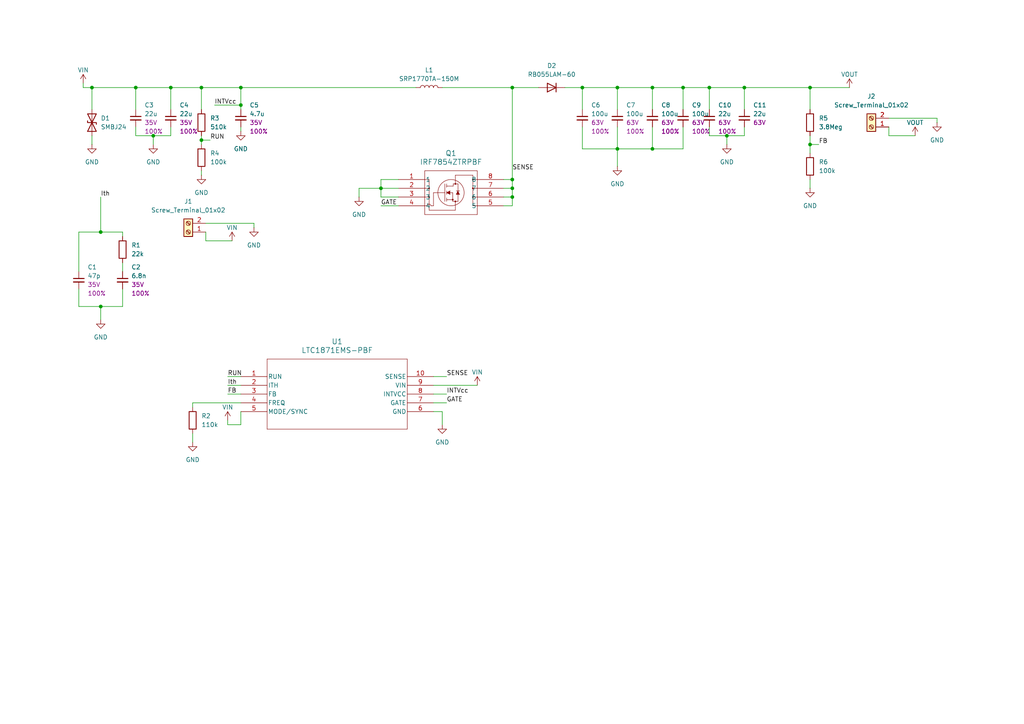
<source format=kicad_sch>
(kicad_sch (version 20250114) (generator "eeschema") (generator_version "9.0")
  (paper "A4")
  (lib_symbols
    (symbol "Connector:Screw_Terminal_01x02" (pin_names (offset 1.016) (hide yes))
      (property "Reference" "J" (at 0 2.54 0))
      (property "Value" "Screw_Terminal_01x02" (at 0 -5.08 0))
      (symbol "Screw_Terminal_01x02_1_1"
        (rectangle (start -1.27 1.27) (end 1.27 -3.81) (stroke (width 0.254)) (fill (type background)))
        (polyline (pts (xy -0.5334 0.3302) (xy 0.3302 -0.508)) (stroke (width 0.1524)))
        (polyline (pts (xy -0.5334 -2.2098) (xy 0.3302 -3.048)) (stroke (width 0.1524)))
        (polyline (pts (xy -0.3556 0.508) (xy 0.508 -0.3302)) (stroke (width 0.1524)))
        (polyline (pts (xy -0.3556 -2.032) (xy 0.508 -2.8702)) (stroke (width 0.1524)))
        (circle (center 0 0) (radius 0.635) (stroke (width 0.1524)))
        (circle (center 0 -2.54) (radius 0.635) (stroke (width 0.1524)))
        (pin passive line (at -5.08 0 0) (length 3.81) (name "Pin_1") (number "1"))
        (pin passive line (at -5.08 -2.54 0) (length 3.81) (name "Pin_2") (number "2"))
      )
    )
    (symbol "Device:D" (pin_numbers (hide yes)) (pin_names (offset 1.016) (hide yes))
      (property "Reference" "D" (at 0 2.54 0))
      (property "Value" "D" (at 0 -2.54 0))
      (symbol "D_0_1"
        (polyline (pts (xy -1.27 1.27) (xy -1.27 -1.27)) (stroke (width 0.254)))
        (polyline (pts (xy 1.27 1.27) (xy 1.27 -1.27) (xy -1.27 0) (xy 1.27 1.27)) (stroke (width 0.254)))
        (polyline (pts (xy 1.27 0) (xy -1.27 0)))
      )
      (symbol "D_1_1"
        (pin passive line (at -3.81 0 0) (length 2.54) (name "K") (number "1"))
        (pin passive line (at 3.81 0 180) (length 2.54) (name "A") (number "2"))
      )
    )
    (symbol "Device:D_TVS" (pin_numbers (hide yes)) (pin_names (offset 1.016) (hide yes))
      (property "Reference" "D" (at 0 2.54 0))
      (property "Value" "D_TVS" (at 0 -2.54 0))
      (symbol "D_TVS_0_1"
        (polyline (pts (xy -2.54 1.27) (xy -2.54 -1.27) (xy 2.54 1.27) (xy 2.54 -1.27) (xy -2.54 1.27)) (stroke (width 0.254)))
        (polyline (pts (xy 0.508 1.27) (xy 0 1.27) (xy 0 -1.27) (xy -0.508 -1.27)) (stroke (width 0.254)))
        (polyline (pts (xy 1.27 0) (xy -1.27 0)))
      )
      (symbol "D_TVS_1_1"
        (pin passive line (at -3.81 0 0) (length 2.54) (name "A1") (number "1"))
        (pin passive line (at 3.81 0 180) (length 2.54) (name "A2") (number "2"))
      )
    )
    (symbol "Device:L" (pin_numbers (hide yes)) (pin_names (offset 1.016) (hide yes))
      (property "Reference" "L" (at -1.27 0 90))
      (property "Value" "L" (at 1.905 0 90))
      (symbol "L_0_1"
        (arc (start 0 2.54) (mid 0.6323 1.905) (end 0 1.27))
        (arc (start 0 1.27) (mid 0.6323 0.635) (end 0 0))
        (arc (start 0 0) (mid 0.6323 -0.635) (end 0 -1.27))
        (arc (start 0 -1.27) (mid 0.6323 -1.905) (end 0 -2.54))
      )
      (symbol "L_1_1"
        (pin passive line (at 0 3.81 270) (length 1.27) (name "1") (number "1"))
        (pin passive line (at 0 -3.81 90) (length 1.27) (name "2") (number "2"))
      )
    )
    (symbol "Device:R" (pin_numbers (hide yes)) (pin_names (offset 0))
      (property "Reference" "R" (at 2.032 0 90))
      (property "Value" "R" (at 0 0 90))
      (symbol "R_0_1"
        (rectangle (start -1.016 -2.54) (end 1.016 2.54) (stroke (width 0.254)))
      )
      (symbol "R_1_1"
        (pin passive line (at 0 3.81 270) (length 1.27) (name "~") (number "1"))
        (pin passive line (at 0 -3.81 90) (length 1.27) (name "~") (number "2"))
      )
    )
    (symbol "PCM_SparkFun-Capacitor:C" (pin_numbers (hide yes)) (pin_names (offset 0.254))
      (property "Reference" "C" (at 0.635 2.54 0))
      (property "Value" "C" (at 0.635 -2.54 0))
      (property "Voltage" "1kV" (at 0 -6.35 0))
      (property "Tolerance" "100%" (at 0 -8.89 0))
      (symbol "C_0_1"
        (polyline (pts (xy -1.524 0.508) (xy 1.524 0.508)) (stroke (width 0.3048)))
        (polyline (pts (xy -1.524 -0.508) (xy 1.524 -0.508)) (stroke (width 0.3302)))
      )
      (symbol "C_1_1"
        (pin passive line (at 0 2.54 270) (length 2.032) (name "~") (number "1"))
        (pin passive line (at 0 -2.54 90) (length 2.032) (name "~") (number "2"))
      )
    )
    (symbol "PCM_SparkFun-PowerSymbol:VIN" (power) (pin_names (offset 0))
      (property "Value" "VIN" (at 0 3.81 0))
      (symbol "VIN_0_1"
        (polyline (pts (xy -0.762 1.27) (xy 0 2.54)))
        (polyline (pts (xy 0 2.54) (xy 0.762 1.27)))
        (polyline (pts (xy 0 0) (xy 0 2.54)))
      )
      (symbol "VIN_1_1"
        (pin power_in line (at 0 0 90) (length 0) (hide yes) (name "VIN") (number "1"))
      )
    )
    (symbol "PCM_SparkFun-PowerSymbol:VOUT" (power) (pin_names (offset 0))
      (property "Value" "VOUT" (at 0 3.81 0))
      (symbol "VOUT_0_1"
        (polyline (pts (xy -0.762 1.27) (xy 0 2.54)))
        (polyline (pts (xy 0 2.54) (xy 0.762 1.27)))
        (polyline (pts (xy 0 0) (xy 0 2.54)))
      )
      (symbol "VOUT_1_1"
        (pin power_in line (at 0 0 90) (length 0) (hide yes) (name "VOUT") (number "1"))
      )
    )
    (symbol "irf7805:IRF7805ZTRPBF" (pin_names (offset 0.254))
      (property "Reference" "Q" (at 15.24 7.62 0))
      (property "Value" "IRF7805ZTRPBF" (at 15.24 5.08 0))
      (symbol "IRF7805ZTRPBF_0_1"
        (polyline (pts (xy 7.62 2.54) (xy 7.62 -10.16)) (stroke (width 0.127)))
        (polyline (pts (xy 7.62 0) (xy 8.89 0)) (stroke (width 0.127)))
        (polyline (pts (xy 7.62 -2.54) (xy 8.89 -2.54)) (stroke (width 0.127)))
        (polyline (pts (xy 7.62 -5.08) (xy 8.89 -5.08)) (stroke (width 0.127)))
        (polyline (pts (xy 7.62 -7.62) (xy 8.382 -7.62)) (stroke (width 0.127)))
        (polyline (pts (xy 7.62 -10.16) (xy 22.86 -10.16)) (stroke (width 0.127)))
        (polyline (pts (xy 8.89 0) (xy 8.89 -8.89)) (stroke (width 0.127)))
        (circle (center 8.89 -2.54) (radius 0.127) (stroke (width 0.254)))
        (circle (center 8.89 -5.08) (radius 0.127) (stroke (width 0.254)))
        (arc (start 8.382 -7.62) (mid 8.89 -7.1142) (end 9.398 -7.62) (stroke (width 0.127)))
        (polyline (pts (xy 8.89 -8.89) (xy 16.51 -8.89)) (stroke (width 0.127)))
        (polyline (pts (xy 10.16 -3.81) (xy 10.16 -7.62)) (stroke (width 0.127)))
        (polyline (pts (xy 10.16 -3.81) (xy 13.462 -3.81)) (stroke (width 0.127)))
        (polyline (pts (xy 10.16 -7.62) (xy 9.398 -7.62)) (stroke (width 0.127)))
        (polyline (pts (xy 13.462 -6.35) (xy 13.462 -1.27)) (stroke (width 0.127)))
        (polyline (pts (xy 13.97 -1.905) (xy 15.875 -1.905)) (stroke (width 0.127)))
        (polyline (pts (xy 13.97 -2.286) (xy 13.97 -1.27)) (stroke (width 0.127)))
        (polyline (pts (xy 13.97 -4.318) (xy 13.97 -3.302)) (stroke (width 0.127)))
        (polyline (pts (xy 13.97 -5.842) (xy 15.748 -5.842)) (stroke (width 0.127)))
        (polyline (pts (xy 13.97 -6.35) (xy 13.97 -5.334)) (stroke (width 0.127)))
        (polyline (pts (xy 14.986 -3.302) (xy 13.97 -3.81) (xy 14.986 -4.318)) (fill (type outline)))
        (polyline (pts (xy 14.986 -3.81) (xy 15.748 -3.81)) (stroke (width 0.127)))
        (circle (center 15.24 -3.81) (radius 3.81) (stroke (width 0.127)))
        (circle (center 15.748 -5.842) (radius 0.127) (stroke (width 0.254)))
        (polyline (pts (xy 15.748 -6.35) (xy 15.748 -3.81)) (stroke (width 0.127)))
        (polyline (pts (xy 15.748 -6.35) (xy 17.272 -6.35)) (stroke (width 0.127)))
        (polyline (pts (xy 15.875 -1.27) (xy 17.272 -1.27)) (stroke (width 0.127)))
        (polyline (pts (xy 15.875 -1.905) (xy 15.875 -1.27)) (stroke (width 0.127)))
        (polyline (pts (xy 16.51 1.27) (xy 16.51 -1.27)) (stroke (width 0.127)))
        (circle (center 16.51 -1.27) (radius 0.127) (stroke (width 0.254)))
        (circle (center 16.51 -6.35) (radius 0.127) (stroke (width 0.254)))
        (polyline (pts (xy 16.51 -8.89) (xy 16.51 -6.35)) (stroke (width 0.127)))
        (polyline (pts (xy 17.272 -3.302) (xy 17.272 -1.27)) (stroke (width 0.127)))
        (polyline (pts (xy 17.272 -6.35) (xy 17.272 -4.318)) (stroke (width 0.127)))
        (polyline (pts (xy 17.78 -3.302) (xy 16.764 -3.302)) (stroke (width 0.127)))
        (polyline (pts (xy 17.78 -4.318) (xy 16.764 -4.318) (xy 17.272 -3.302)) (fill (type outline)))
        (polyline (pts (xy 21.59 1.27) (xy 16.51 1.27)) (stroke (width 0.127)))
        (circle (center 21.59 0) (radius 0.127) (stroke (width 0.254)))
        (circle (center 21.59 -2.54) (radius 0.127) (stroke (width 0.254)))
        (circle (center 21.59 -5.08) (radius 0.127) (stroke (width 0.254)))
        (polyline (pts (xy 21.59 -7.62) (xy 21.59 1.27)) (stroke (width 0.127)))
        (polyline (pts (xy 22.86 2.54) (xy 7.62 2.54)) (stroke (width 0.127)))
        (polyline (pts (xy 22.86 0) (xy 21.59 0)) (stroke (width 0.127)))
        (polyline (pts (xy 22.86 -2.54) (xy 21.59 -2.54)) (stroke (width 0.127)))
        (polyline (pts (xy 22.86 -5.08) (xy 21.59 -5.08)) (stroke (width 0.127)))
        (polyline (pts (xy 22.86 -7.62) (xy 21.59 -7.62)) (stroke (width 0.127)))
        (polyline (pts (xy 22.86 -10.16) (xy 22.86 2.54)) (stroke (width 0.127)))
        (pin unspecified line (at 0 0 0) (length 7.62) (name "1") (number "1"))
        (pin unspecified line (at 0 -2.54 0) (length 7.62) (name "2") (number "2"))
        (pin unspecified line (at 0 -5.08 0) (length 7.62) (name "3") (number "3"))
        (pin unspecified line (at 0 -7.62 0) (length 7.62) (name "4") (number "4"))
        (pin unspecified line (at 30.48 0 180) (length 7.62) (name "8") (number "8"))
        (pin unspecified line (at 30.48 -2.54 180) (length 7.62) (name "7") (number "7"))
        (pin unspecified line (at 30.48 -5.08 180) (length 7.62) (name "6") (number "6"))
        (pin unspecified line (at 30.48 -7.62 180) (length 7.62) (name "5") (number "5"))
      )
    )
    (symbol "ltc1781:LTC1871EMS-PBF" (pin_names (offset 0.254))
      (property "Reference" "U" (at 27.94 10.16 0))
      (property "Value" "LTC1871EMS-PBF" (at 27.94 7.62 0))
      (symbol "LTC1871EMS-PBF_0_1"
        (polyline (pts (xy 7.62 5.08) (xy 7.62 -15.24)) (stroke (width 0.127)))
        (polyline (pts (xy 7.62 -15.24) (xy 48.26 -15.24)) (stroke (width 0.127)))
        (polyline (pts (xy 48.26 5.08) (xy 7.62 5.08)) (stroke (width 0.127)))
        (polyline (pts (xy 48.26 -15.24) (xy 48.26 5.08)) (stroke (width 0.127)))
        (pin input line (at 0 0 0) (length 7.62) (name "RUN") (number "1"))
        (pin unspecified line (at 0 -2.54 0) (length 7.62) (name "ITH") (number "2"))
        (pin input line (at 0 -5.08 0) (length 7.62) (name "FB") (number "3"))
        (pin unspecified line (at 0 -7.62 0) (length 7.62) (name "FREQ") (number "4"))
        (pin input line (at 0 -10.16 0) (length 7.62) (name "MODE/SYNC") (number "5"))
        (pin input line (at 55.88 0 180) (length 7.62) (name "SENSE") (number "10"))
        (pin power_in line (at 55.88 -2.54 180) (length 7.62) (name "VIN") (number "9"))
        (pin output line (at 55.88 -5.08 180) (length 7.62) (name "INTVCC") (number "8"))
        (pin output line (at 55.88 -7.62 180) (length 7.62) (name "GATE") (number "7"))
        (pin power_in line (at 55.88 -10.16 180) (length 7.62) (name "GND") (number "6"))
      )
    )
    (symbol "power:GND" (power) (pin_numbers (hide yes)) (pin_names (offset 0) (hide yes))
      (property "Value" "GND" (at 0 -3.81 0))
      (symbol "GND_0_1"
        (polyline (pts (xy 0 0) (xy 0 -1.27) (xy 1.27 -1.27) (xy 0 -2.54) (xy -1.27 -1.27) (xy 0 -1.27)))
      )
      (symbol "GND_1_1"
        (pin power_in line (at 0 0 270) (length 0) (name "~") (number "1"))
      )
    )
  )
  (junction (at 58.42 40.64))
  (junction (at 148.59 54.61))
  (junction (at 189.23 43.18))
  (junction (at 148.59 57.15))
  (junction (at 189.23 25.4))
  (junction (at 39.37 25.4))
  (junction (at 168.91 25.4))
  (junction (at 210.82 39.37))
  (junction (at 179.07 25.4))
  (junction (at 205.74 25.4))
  (junction (at 29.21 67.31))
  (junction (at 198.12 25.4))
  (junction (at 234.95 25.4))
  (junction (at 110.49 54.61))
  (junction (at 69.85 25.4))
  (junction (at 148.59 25.4))
  (junction (at 215.9 25.4))
  (junction (at 148.59 52.07))
  (junction (at 26.67 25.4))
  (junction (at 179.07 43.18))
  (junction (at 49.53 25.4))
  (junction (at 58.42 25.4))
  (junction (at 69.85 30.48))
  (junction (at 44.45 39.37))
  (junction (at 234.95 41.91))
  (junction (at 29.21 88.9))
  (wire (pts (xy 215.9 25.4) (xy 234.95 25.4)))
  (wire (pts (xy 189.23 25.4) (xy 189.23 31.75)))
  (wire (pts (xy 29.21 57.15) (xy 29.21 67.31)))
  (wire (pts (xy 69.85 25.4) (xy 120.65 25.4)))
  (wire (pts (xy 55.88 116.84) (xy 69.85 116.84)))
  (wire (pts (xy 66.04 121.92) (xy 66.04 123.19)))
  (wire (pts (xy 110.49 54.61) (xy 110.49 52.07)))
  (wire (pts (xy 128.27 25.4) (xy 148.59 25.4)))
  (wire (pts (xy 24.13 25.4) (xy 26.67 25.4)))
  (wire (pts (xy 125.73 119.38) (xy 128.27 119.38)))
  (wire (pts (xy 179.07 25.4) (xy 189.23 25.4)))
  (wire (pts (xy 69.85 36.83) (xy 69.85 38.1)))
  (wire (pts (xy 179.07 36.83) (xy 179.07 43.18)))
  (wire (pts (xy 66.04 114.3) (xy 69.85 114.3)))
  (wire (pts (xy 234.95 39.37) (xy 234.95 41.91)))
  (wire (pts (xy 179.07 43.18) (xy 179.07 48.26)))
  (wire (pts (xy 58.42 49.53) (xy 58.42 50.8)))
  (wire (pts (xy 257.81 39.37) (xy 257.81 36.83)))
  (wire (pts (xy 39.37 39.37) (xy 44.45 39.37)))
  (wire (pts (xy 215.9 25.4) (xy 215.9 31.75)))
  (wire (pts (xy 110.49 59.69) (xy 115.57 59.69)))
  (wire (pts (xy 26.67 41.91) (xy 26.67 39.37)))
  (wire (pts (xy 210.82 39.37) (xy 210.82 41.91)))
  (wire (pts (xy 215.9 39.37) (xy 215.9 36.83)))
  (wire (pts (xy 179.07 31.75) (xy 179.07 25.4)))
  (wire (pts (xy 271.78 35.56) (xy 271.78 34.29)))
  (wire (pts (xy 58.42 40.64) (xy 58.42 41.91)))
  (wire (pts (xy 210.82 39.37) (xy 215.9 39.37)))
  (wire (pts (xy 26.67 25.4) (xy 26.67 31.75)))
  (wire (pts (xy 35.56 67.31) (xy 35.56 68.58)))
  (wire (pts (xy 115.57 57.15) (xy 110.49 57.15)))
  (wire (pts (xy 128.27 123.19) (xy 128.27 119.38)))
  (wire (pts (xy 146.05 57.15) (xy 148.59 57.15)))
  (wire (pts (xy 146.05 52.07) (xy 148.59 52.07)))
  (wire (pts (xy 110.49 54.61) (xy 115.57 54.61)))
  (wire (pts (xy 22.86 88.9) (xy 22.86 83.82)))
  (wire (pts (xy 179.07 43.18) (xy 189.23 43.18)))
  (wire (pts (xy 22.86 78.74) (xy 22.86 67.31)))
  (wire (pts (xy 265.43 39.37) (xy 257.81 39.37)))
  (wire (pts (xy 189.23 43.18) (xy 198.12 43.18)))
  (wire (pts (xy 148.59 52.07) (xy 148.59 54.61)))
  (wire (pts (xy 26.67 25.4) (xy 39.37 25.4)))
  (wire (pts (xy 205.74 36.83) (xy 205.74 39.37)))
  (wire (pts (xy 125.73 111.76) (xy 138.43 111.76)))
  (wire (pts (xy 29.21 88.9) (xy 29.21 92.71)))
  (wire (pts (xy 49.53 39.37) (xy 49.53 36.83)))
  (wire (pts (xy 205.74 25.4) (xy 215.9 25.4)))
  (wire (pts (xy 104.14 54.61) (xy 104.14 57.15)))
  (wire (pts (xy 148.59 25.4) (xy 148.59 52.07)))
  (wire (pts (xy 69.85 119.38) (xy 69.85 123.19)))
  (wire (pts (xy 163.83 25.4) (xy 168.91 25.4)))
  (wire (pts (xy 35.56 83.82) (xy 35.56 88.9)))
  (wire (pts (xy 49.53 25.4) (xy 58.42 25.4)))
  (wire (pts (xy 168.91 36.83) (xy 168.91 43.18)))
  (wire (pts (xy 146.05 59.69) (xy 148.59 59.69)))
  (wire (pts (xy 198.12 25.4) (xy 205.74 25.4)))
  (wire (pts (xy 59.69 69.85) (xy 59.69 67.31)))
  (wire (pts (xy 168.91 43.18) (xy 179.07 43.18)))
  (wire (pts (xy 146.05 54.61) (xy 148.59 54.61)))
  (wire (pts (xy 234.95 41.91) (xy 237.49 41.91)))
  (wire (pts (xy 110.49 57.15) (xy 110.49 54.61)))
  (wire (pts (xy 58.42 31.75) (xy 58.42 25.4)))
  (wire (pts (xy 55.88 125.73) (xy 55.88 128.27)))
  (wire (pts (xy 125.73 109.22) (xy 129.54 109.22)))
  (wire (pts (xy 125.73 114.3) (xy 129.54 114.3)))
  (wire (pts (xy 58.42 25.4) (xy 69.85 25.4)))
  (wire (pts (xy 44.45 39.37) (xy 44.45 41.91)))
  (wire (pts (xy 148.59 25.4) (xy 156.21 25.4)))
  (wire (pts (xy 62.23 30.48) (xy 69.85 30.48)))
  (wire (pts (xy 58.42 39.37) (xy 58.42 40.64)))
  (wire (pts (xy 205.74 39.37) (xy 210.82 39.37)))
  (wire (pts (xy 73.66 66.04) (xy 73.66 64.77)))
  (wire (pts (xy 44.45 39.37) (xy 49.53 39.37)))
  (wire (pts (xy 234.95 25.4) (xy 246.38 25.4)))
  (wire (pts (xy 271.78 34.29) (xy 257.81 34.29)))
  (wire (pts (xy 69.85 25.4) (xy 69.85 30.48)))
  (wire (pts (xy 189.23 36.83) (xy 189.23 43.18)))
  (wire (pts (xy 55.88 118.11) (xy 55.88 116.84)))
  (wire (pts (xy 39.37 25.4) (xy 49.53 25.4)))
  (wire (pts (xy 58.42 40.64) (xy 60.96 40.64)))
  (wire (pts (xy 234.95 25.4) (xy 234.95 31.75)))
  (wire (pts (xy 69.85 30.48) (xy 69.85 31.75)))
  (wire (pts (xy 104.14 54.61) (xy 110.49 54.61)))
  (wire (pts (xy 148.59 57.15) (xy 148.59 59.69)))
  (wire (pts (xy 205.74 25.4) (xy 205.74 31.75)))
  (wire (pts (xy 49.53 25.4) (xy 49.53 31.75)))
  (wire (pts (xy 29.21 67.31) (xy 35.56 67.31)))
  (wire (pts (xy 66.04 109.22) (xy 69.85 109.22)))
  (wire (pts (xy 189.23 25.4) (xy 198.12 25.4)))
  (wire (pts (xy 168.91 25.4) (xy 168.91 31.75)))
  (wire (pts (xy 148.59 57.15) (xy 148.59 54.61)))
  (wire (pts (xy 39.37 36.83) (xy 39.37 39.37)))
  (wire (pts (xy 35.56 88.9) (xy 29.21 88.9)))
  (wire (pts (xy 198.12 36.83) (xy 198.12 43.18)))
  (wire (pts (xy 67.31 69.85) (xy 59.69 69.85)))
  (wire (pts (xy 110.49 52.07) (xy 115.57 52.07)))
  (wire (pts (xy 234.95 52.07) (xy 234.95 54.61)))
  (wire (pts (xy 24.13 24.13) (xy 24.13 25.4)))
  (wire (pts (xy 22.86 67.31) (xy 29.21 67.31)))
  (wire (pts (xy 198.12 25.4) (xy 198.12 31.75)))
  (wire (pts (xy 234.95 41.91) (xy 234.95 44.45)))
  (wire (pts (xy 29.21 88.9) (xy 22.86 88.9)))
  (wire (pts (xy 69.85 123.19) (xy 66.04 123.19)))
  (wire (pts (xy 73.66 64.77) (xy 59.69 64.77)))
  (wire (pts (xy 125.73 116.84) (xy 129.54 116.84)))
  (wire (pts (xy 35.56 76.2) (xy 35.56 78.74)))
  (wire (pts (xy 39.37 25.4) (xy 39.37 31.75)))
  (wire (pts (xy 168.91 25.4) (xy 179.07 25.4)))
  (wire (pts (xy 66.04 111.76) (xy 69.85 111.76)))
  (label "GATE" (at 110.49 59.69 0))
  (label "INTVcc" (at 129.54 114.3 0))
  (label "SENSE" (at 148.59 49.53 0))
  (label "SENSE" (at 129.54 109.22 0))
  (label "Ith" (at 66.04 111.76 0))
  (label "Ith" (at 29.21 57.15 0))
  (label "FB" (at 237.49 41.91 0))
  (label "FB" (at 66.04 114.3 0))
  (label "INTVcc" (at 62.23 30.48 0))
  (label "RUN" (at 60.96 40.64 0))
  (label "GATE" (at 129.54 116.84 0))
  (label "RUN" (at 66.04 109.22 0))
  (symbol (lib_id "PCM_SparkFun-Capacitor:C") (at 35.56 81.28 0) (unit 1)
    (property "Reference" "C2" (at 38.1 77.4762 0) (effects (justify left)))
    (property "Value" "6.8n" (at 38.1 80.0162 0) (effects (justify left)))
    (property "Footprint" "Capacitor_SMD:C_1206_3216Metric" (effects (hide yes)))
    (property "Datasheet" "https://cdn.sparkfun.com/assets/8/a/4/a/5/Kemet_Capacitor_Datasheet.pdf" (effects (hide yes)))
    (property "Description" "Unpolarized capacitor" (effects (hide yes)))
    (property "PROD_ID" "CAP-00000" (effects (hide yes)))
    (property "Voltage" "35V" (at 38.1 82.5562 0) (effects (justify left)))
    (property "Tolerance" "100%" (at 38.1 85.0962 0) (effects (justify left)))
  )
  (symbol (lib_id "PCM_SparkFun-Capacitor:C") (at 179.07 34.29 0) (unit 1)
    (property "Reference" "C7" (at 181.61 30.4862 0) (effects (justify left)))
    (property "Value" "100u" (at 181.61 33.0262 0) (effects (justify left)))
    (property "Footprint" "Capacitor_THT:C_Radial_D10.0mm_H20.0mm_P5.00mm" (effects (hide yes)))
    (property "Datasheet" "https://cdn.sparkfun.com/assets/8/a/4/a/5/Kemet_Capacitor_Datasheet.pdf" (effects (hide yes)))
    (property "Description" "Unpolarized capacitor" (effects (hide yes)))
    (property "PROD_ID" "CAP-00000" (effects (hide yes)))
    (property "Voltage" "63V" (at 181.61 35.5662 0) (effects (justify left)))
    (property "Tolerance" "100%" (at 181.61 38.1062 0) (effects (justify left)))
  )
  (symbol (lib_id "power:GND") (at 271.78 35.56 0) (unit 1)
    (property "Reference" "#PWR019" (effects (hide yes)))
    (property "Value" "GND" (at 271.78 40.64 0))
    (property "Description" "Power symbol creates a global label with name \"GND\" , ground" (effects (hide yes)))
  )
  (symbol (lib_id "Device:L") (at 124.46 25.4 90) (unit 1)
    (property "Reference" "L1" (at 124.46 20.32 90))
    (property "Value" "SRP1770TA-150M" (at 124.46 22.86 90))
    (property "Footprint" "Inductor_SMD:L_Bourns_SRP1770TA_16.9x16.9mm" (effects (hide yes)))
    (property "Description" "Inductor" (effects (hide yes)))
  )
  (symbol (lib_id "Device:R") (at 35.56 72.39 0) (unit 1)
    (property "Reference" "R1" (at 38.1 71.1199 0) (effects (justify left)))
    (property "Value" "22k" (at 38.1 73.6599 0) (effects (justify left)))
    (property "Footprint" "Resistor_SMD:R_0805_2012Metric" (effects (hide yes)))
    (property "Description" "Resistor" (effects (hide yes)))
  )
  (symbol (lib_id "irf7805:IRF7805ZTRPBF") (at 115.57 52.07 0) (unit 1)
    (property "Reference" "Q1" (at 130.81 44.45 0) (effects (font (size 1.524 1.524))))
    (property "Value" "IRF7854ZTRPBF" (at 130.81 46.99 0) (effects (font (size 1.524 1.524))))
    (property "Footprint" "irf7805:SO8_IRF7805_INF" (effects (hide yes)))
    (property "Datasheet" "https://www.infineon.com/dgdl/irf7805zpbf.pdf?fileId=5546d462533600a401535607f4801ccb" (effects (hide yes)))
  )
  (symbol (lib_id "power:GND") (at 104.14 57.15 0) (unit 1)
    (property "Reference" "#PWR010" (effects (hide yes)))
    (property "Value" "GND" (at 104.14 62.23 0))
    (property "Description" "Power symbol creates a global label with name \"GND\" , ground" (effects (hide yes)))
  )
  (symbol (lib_id "PCM_SparkFun-Capacitor:C") (at 198.12 34.29 0) (unit 1)
    (property "Reference" "C9" (at 200.66 30.4862 0) (effects (justify left)))
    (property "Value" "100u" (at 200.66 33.0262 0) (effects (justify left)))
    (property "Footprint" "Capacitor_THT:C_Radial_D10.0mm_H20.0mm_P5.00mm" (effects (hide yes)))
    (property "Datasheet" "https://cdn.sparkfun.com/assets/8/a/4/a/5/Kemet_Capacitor_Datasheet.pdf" (effects (hide yes)))
    (property "Description" "Unpolarized capacitor" (effects (hide yes)))
    (property "PROD_ID" "CAP-00000" (effects (hide yes)))
    (property "Voltage" "63V" (at 200.66 35.5662 0) (effects (justify left)))
    (property "Tolerance" "100%" (at 200.66 38.1062 0) (effects (justify left)))
  )
  (symbol (lib_id "PCM_SparkFun-PowerSymbol:VIN") (at 24.13 24.13 0) (unit 1)
    (property "Reference" "#PWR06" (effects (hide yes)))
    (property "Value" "VIN" (at 24.13 20.32 0))
    (property "Description" "Power symbol creates a global label with name \"VIN\"" (effects (hide yes)))
  )
  (symbol (lib_id "Device:R") (at 58.42 35.56 0) (unit 1)
    (property "Reference" "R3" (at 60.96 34.2899 0) (effects (justify left)))
    (property "Value" "510k" (at 60.96 36.8299 0) (effects (justify left)))
    (property "Footprint" "Resistor_SMD:R_0805_2012Metric" (effects (hide yes)))
    (property "Description" "Resistor" (effects (hide yes)))
  )
  (symbol (lib_id "Device:D_TVS") (at 26.67 35.56 90) (unit 1)
    (property "Reference" "D1" (at 29.21 34.2899 90) (effects (justify right)))
    (property "Value" "SMBJ24" (at 29.21 36.8299 90) (effects (justify right)))
    (property "Footprint" "Diode_SMD:D_SMB" (effects (hide yes)))
    (property "Description" "Bidirectional transient-voltage-suppression diode" (effects (hide yes)))
  )
  (symbol (lib_id "power:GND") (at 58.42 50.8 0) (unit 1)
    (property "Reference" "#PWR02" (effects (hide yes)))
    (property "Value" "GND" (at 58.42 55.88 0))
    (property "Description" "Power symbol creates a global label with name \"GND\" , ground" (effects (hide yes)))
  )
  (symbol (lib_id "Device:R") (at 234.95 35.56 0) (unit 1)
    (property "Reference" "R5" (at 237.49 34.2899 0) (effects (justify left)))
    (property "Value" "3.8Meg" (at 237.49 36.8299 0) (effects (justify left)))
    (property "Footprint" "Resistor_SMD:R_0805_2012Metric" (effects (hide yes)))
    (property "Description" "Resistor" (effects (hide yes)))
  )
  (symbol (lib_id "ltc1781:LTC1871EMS-PBF") (at 69.85 109.22 0) (unit 1)
    (property "Reference" "U1" (at 97.79 99.06 0) (effects (font (size 1.524 1.524))))
    (property "Value" "LTC1871EMS-PBF" (at 97.79 101.6 0) (effects (font (size 1.524 1.524))))
    (property "Footprint" "ltc1871:MSOP-10_MS_LIT" (effects (hide yes)))
    (property "Datasheet" "https://www.analog.com/media/en/technical-documentation/data-sheets/1871fe.pdf" (effects (hide yes)))
  )
  (symbol (lib_id "power:GND") (at 73.66 66.04 0) (unit 1)
    (property "Reference" "#PWR016" (effects (hide yes)))
    (property "Value" "GND" (at 73.66 71.12 0))
    (property "Description" "Power symbol creates a global label with name \"GND\" , ground" (effects (hide yes)))
  )
  (symbol (lib_id "Device:R") (at 234.95 48.26 0) (unit 1)
    (property "Reference" "R6" (at 237.49 46.9899 0) (effects (justify left)))
    (property "Value" "100k" (at 237.49 49.5299 0) (effects (justify left)))
    (property "Footprint" "Resistor_SMD:R_0805_2012Metric" (effects (hide yes)))
    (property "Description" "Resistor" (effects (hide yes)))
  )
  (symbol (lib_id "Device:R") (at 55.88 121.92 0) (unit 1)
    (property "Reference" "R2" (at 58.42 120.6499 0) (effects (justify left)))
    (property "Value" "110k" (at 58.42 123.1899 0) (effects (justify left)))
    (property "Footprint" "Resistor_SMD:R_0805_2012Metric" (effects (hide yes)))
    (property "Description" "Resistor" (effects (hide yes)))
  )
  (symbol (lib_id "PCM_SparkFun-Capacitor:C") (at 168.91 34.29 0) (unit 1)
    (property "Reference" "C6" (at 171.45 30.4862 0) (effects (justify left)))
    (property "Value" "100u" (at 171.45 33.0262 0) (effects (justify left)))
    (property "Footprint" "Capacitor_THT:C_Radial_D10.0mm_H20.0mm_P5.00mm" (effects (hide yes)))
    (property "Datasheet" "https://cdn.sparkfun.com/assets/8/a/4/a/5/Kemet_Capacitor_Datasheet.pdf" (effects (hide yes)))
    (property "Description" "Unpolarized capacitor" (effects (hide yes)))
    (property "PROD_ID" "CAP-00000" (effects (hide yes)))
    (property "Voltage" "63V" (at 171.45 35.5662 0) (effects (justify left)))
    (property "Tolerance" "100%" (at 171.45 38.1062 0) (effects (justify left)))
  )
  (symbol (lib_id "PCM_SparkFun-Capacitor:C") (at 22.86 81.28 0) (unit 1)
    (property "Reference" "C1" (at 25.4 77.4762 0) (effects (justify left)))
    (property "Value" "47p" (at 25.4 80.0162 0) (effects (justify left)))
    (property "Footprint" "Capacitor_SMD:C_1206_3216Metric" (effects (hide yes)))
    (property "Datasheet" "https://cdn.sparkfun.com/assets/8/a/4/a/5/Kemet_Capacitor_Datasheet.pdf" (effects (hide yes)))
    (property "Description" "Unpolarized capacitor" (effects (hide yes)))
    (property "PROD_ID" "CAP-00000" (effects (hide yes)))
    (property "Voltage" "35V" (at 25.4 82.5562 0) (effects (justify left)))
    (property "Tolerance" "100%" (at 25.4 85.0962 0) (effects (justify left)))
  )
  (symbol (lib_id "PCM_SparkFun-Capacitor:C") (at 189.23 34.29 0) (unit 1)
    (property "Reference" "C8" (at 191.77 30.4862 0) (effects (justify left)))
    (property "Value" "100u" (at 191.77 33.0262 0) (effects (justify left)))
    (property "Footprint" "Capacitor_THT:C_Radial_D10.0mm_H20.0mm_P5.00mm" (effects (hide yes)))
    (property "Datasheet" "https://cdn.sparkfun.com/assets/8/a/4/a/5/Kemet_Capacitor_Datasheet.pdf" (effects (hide yes)))
    (property "Description" "Unpolarized capacitor" (effects (hide yes)))
    (property "PROD_ID" "CAP-00000" (effects (hide yes)))
    (property "Voltage" "63V" (at 191.77 35.5662 0) (effects (justify left)))
    (property "Tolerance" "100%" (at 191.77 38.1062 0) (effects (justify left)))
  )
  (symbol (lib_id "power:GND") (at 55.88 128.27 0) (unit 1)
    (property "Reference" "#PWR08" (effects (hide yes)))
    (property "Value" "GND" (at 55.88 133.35 0))
    (property "Description" "Power symbol creates a global label with name \"GND\" , ground" (effects (hide yes)))
  )
  (symbol (lib_id "power:GND") (at 29.21 92.71 0) (unit 1)
    (property "Reference" "#PWR04" (effects (hide yes)))
    (property "Value" "GND" (at 29.21 97.79 0))
    (property "Description" "Power symbol creates a global label with name \"GND\" , ground" (effects (hide yes)))
  )
  (symbol (lib_id "Connector:Screw_Terminal_01x02") (at 54.61 67.31 180) (unit 1)
    (property "Reference" "J1" (at 54.61 58.42 0))
    (property "Value" "Screw_Terminal_01x02" (at 54.61 60.96 0))
    (property "Footprint" "TerminalBlock_Phoenix:TerminalBlock_Phoenix_MKDS-1,5-2-5.08_1x02_P5.08mm_Horizontal" (effects (hide yes)))
    (property "Description" "Generic screw terminal, single row, 01x02, script generated (kicad-library-utils/schlib/autogen/connector/)" (effects (hide yes)))
  )
  (symbol (lib_id "PCM_SparkFun-PowerSymbol:VIN") (at 138.43 111.76 0) (unit 1)
    (property "Reference" "#PWR05" (effects (hide yes)))
    (property "Value" "VIN" (at 138.43 107.95 0))
    (property "Description" "Power symbol creates a global label with name \"VIN\"" (effects (hide yes)))
  )
  (symbol (lib_id "power:GND") (at 234.95 54.61 0) (unit 1)
    (property "Reference" "#PWR012" (effects (hide yes)))
    (property "Value" "GND" (at 234.95 59.69 0))
    (property "Description" "Power symbol creates a global label with name \"GND\" , ground" (effects (hide yes)))
  )
  (symbol (lib_id "Device:R") (at 58.42 45.72 0) (unit 1)
    (property "Reference" "R4" (at 60.96 44.4499 0) (effects (justify left)))
    (property "Value" "100k" (at 60.96 46.9899 0) (effects (justify left)))
    (property "Footprint" "Resistor_SMD:R_0805_2012Metric" (effects (hide yes)))
    (property "Description" "Resistor" (effects (hide yes)))
  )
  (symbol (lib_id "power:GND") (at 128.27 123.19 0) (unit 1)
    (property "Reference" "#PWR011" (effects (hide yes)))
    (property "Value" "GND" (at 128.27 128.27 0))
    (property "Description" "Power symbol creates a global label with name \"GND\" , ground" (effects (hide yes)))
  )
  (symbol (lib_id "PCM_SparkFun-Capacitor:C") (at 215.9 34.29 0) (unit 1)
    (property "Reference" "C11" (at 218.44 30.4862 0) (effects (justify left)))
    (property "Value" "22u" (at 218.44 33.0262 0) (effects (justify left)))
    (property "Footprint" "Capacitor_SMD:C_1206_3216Metric" (effects (hide yes)))
    (property "Datasheet" "https://cdn.sparkfun.com/assets/8/a/4/a/5/Kemet_Capacitor_Datasheet.pdf" (effects (hide yes)))
    (property "Description" "Unpolarized capacitor" (effects (hide yes)))
    (property "PROD_ID" "CAP-00000" (effects (hide yes)))
    (property "Voltage" "63V" (at 218.44 35.5662 0) (effects (justify left)))
    (property "Tolerance" "100%" (at 191.77 38.1062 0) (effects (justify left)))
  )
  (symbol (lib_id "power:GND") (at 210.82 41.91 0) (unit 1)
    (property "Reference" "#PWR015" (effects (hide yes)))
    (property "Value" "GND" (at 210.82 46.99 0))
    (property "Description" "Power symbol creates a global label with name \"GND\" , ground" (effects (hide yes)))
  )
  (symbol (lib_id "PCM_SparkFun-Capacitor:C") (at 39.37 34.29 0) (unit 1)
    (property "Reference" "C3" (at 41.91 30.4862 0) (effects (justify left)))
    (property "Value" "22u" (at 41.91 33.0262 0) (effects (justify left)))
    (property "Footprint" "Capacitor_SMD:C_1206_3216Metric" (effects (hide yes)))
    (property "Datasheet" "https://cdn.sparkfun.com/assets/8/a/4/a/5/Kemet_Capacitor_Datasheet.pdf" (effects (hide yes)))
    (property "Description" "Unpolarized capacitor" (effects (hide yes)))
    (property "PROD_ID" "CAP-00000" (effects (hide yes)))
    (property "Voltage" "35V" (at 41.91 35.5662 0) (effects (justify left)))
    (property "Tolerance" "100%" (at 41.91 38.1062 0) (effects (justify left)))
  )
  (symbol (lib_id "PCM_SparkFun-Capacitor:C") (at 69.85 34.29 0) (unit 1)
    (property "Reference" "C5" (at 72.39 30.4862 0) (effects (justify left)))
    (property "Value" "4.7u" (at 72.39 33.0262 0) (effects (justify left)))
    (property "Footprint" "Capacitor_SMD:C_1206_3216Metric" (effects (hide yes)))
    (property "Datasheet" "https://cdn.sparkfun.com/assets/8/a/4/a/5/Kemet_Capacitor_Datasheet.pdf" (effects (hide yes)))
    (property "Description" "Unpolarized capacitor" (effects (hide yes)))
    (property "PROD_ID" "CAP-00000" (effects (hide yes)))
    (property "Voltage" "35V" (at 72.39 35.5662 0) (effects (justify left)))
    (property "Tolerance" "100%" (at 72.39 38.1062 0) (effects (justify left)))
  )
  (symbol (lib_id "PCM_SparkFun-Capacitor:C") (at 49.53 34.29 0) (unit 1)
    (property "Reference" "C4" (at 52.07 30.4862 0) (effects (justify left)))
    (property "Value" "22u" (at 52.07 33.0262 0) (effects (justify left)))
    (property "Footprint" "Capacitor_SMD:C_1206_3216Metric" (effects (hide yes)))
    (property "Datasheet" "https://cdn.sparkfun.com/assets/8/a/4/a/5/Kemet_Capacitor_Datasheet.pdf" (effects (hide yes)))
    (property "Description" "Unpolarized capacitor" (effects (hide yes)))
    (property "PROD_ID" "CAP-00000" (effects (hide yes)))
    (property "Voltage" "35V" (at 52.07 35.5662 0) (effects (justify left)))
    (property "Tolerance" "100%" (at 52.07 38.1062 0) (effects (justify left)))
  )
  (symbol (lib_id "power:GND") (at 179.07 48.26 0) (unit 1)
    (property "Reference" "#PWR014" (effects (hide yes)))
    (property "Value" "GND" (at 179.07 53.34 0))
    (property "Description" "Power symbol creates a global label with name \"GND\" , ground" (effects (hide yes)))
  )
  (symbol (lib_id "PCM_SparkFun-Capacitor:C") (at 205.74 34.29 0) (unit 1)
    (property "Reference" "C10" (at 208.28 30.4862 0) (effects (justify left)))
    (property "Value" "22u" (at 208.28 33.0262 0) (effects (justify left)))
    (property "Footprint" "Capacitor_SMD:C_1206_3216Metric" (effects (hide yes)))
    (property "Datasheet" "https://cdn.sparkfun.com/assets/8/a/4/a/5/Kemet_Capacitor_Datasheet.pdf" (effects (hide yes)))
    (property "Description" "Unpolarized capacitor" (effects (hide yes)))
    (property "PROD_ID" "CAP-00000" (effects (hide yes)))
    (property "Voltage" "63V" (at 208.28 35.5662 0) (effects (justify left)))
    (property "Tolerance" "100%" (at 208.28 38.1062 0) (effects (justify left)))
  )
  (symbol (lib_id "power:GND") (at 69.85 38.1 0) (unit 1)
    (property "Reference" "#PWR03" (effects (hide yes)))
    (property "Value" "GND" (at 69.85 43.18 0))
    (property "Description" "Power symbol creates a global label with name \"GND\" , ground" (effects (hide yes)))
  )
  (symbol (lib_id "Connector:Screw_Terminal_01x02") (at 252.73 36.83 180) (unit 1)
    (property "Reference" "J2" (at 252.73 27.94 0))
    (property "Value" "Screw_Terminal_01x02" (at 252.73 30.48 0))
    (property "Footprint" "TerminalBlock_Phoenix:TerminalBlock_Phoenix_MKDS-1,5-2-5.08_1x02_P5.08mm_Horizontal" (effects (hide yes)))
    (property "Description" "Generic screw terminal, single row, 01x02, script generated (kicad-library-utils/schlib/autogen/connector/)" (effects (hide yes)))
  )
  (symbol (lib_id "PCM_SparkFun-PowerSymbol:VIN") (at 66.04 121.92 0) (unit 1)
    (property "Reference" "#PWR09" (effects (hide yes)))
    (property "Value" "VIN" (at 66.04 118.11 0))
    (property "Description" "Power symbol creates a global label with name \"VIN\"" (effects (hide yes)))
  )
  (symbol (lib_id "PCM_SparkFun-PowerSymbol:VIN") (at 67.31 69.85 0) (unit 1)
    (property "Reference" "#PWR017" (effects (hide yes)))
    (property "Value" "VIN" (at 67.31 66.04 0))
    (property "Description" "Power symbol creates a global label with name \"VIN\"" (effects (hide yes)))
  )
  (symbol (lib_id "PCM_SparkFun-PowerSymbol:VOUT") (at 246.38 25.4 0) (unit 1)
    (property "Reference" "#PWR013" (effects (hide yes)))
    (property "Value" "VOUT" (at 246.38 21.59 0))
    (property "Description" "Power symbol creates a global label with name \"VOUT\"" (effects (hide yes)))
  )
  (symbol (lib_id "Device:D") (at 160.02 25.4 180) (unit 1)
    (property "Reference" "D2" (at 160.02 19.05 0))
    (property "Value" "RB055LAM-60" (at 160.02 21.59 0))
    (property "Footprint" "Diode_SMD:D_SOD-128" (effects (hide yes)))
    (property "Description" "Diode" (effects (hide yes)))
    (property "Sim.Device" "D" (effects (hide yes)))
    (property "Sim.Pins" "1=K 2=A" (effects (hide yes)))
  )
  (symbol (lib_id "PCM_SparkFun-PowerSymbol:VOUT") (at 265.43 39.37 0) (unit 1)
    (property "Reference" "#PWR018" (effects (hide yes)))
    (property "Value" "VOUT" (at 265.43 35.56 0))
    (property "Description" "Power symbol creates a global label with name \"VOUT\"" (effects (hide yes)))
  )
  (symbol (lib_id "power:GND") (at 26.67 41.91 0) (unit 1)
    (property "Reference" "#PWR07" (effects (hide yes)))
    (property "Value" "GND" (at 26.67 46.99 0))
    (property "Description" "Power symbol creates a global label with name \"GND\" , ground" (effects (hide yes)))
  )
  (symbol (lib_id "power:GND") (at 44.45 41.91 0) (unit 1)
    (property "Reference" "#PWR01" (effects (hide yes)))
    (property "Value" "GND" (at 44.45 46.99 0))
    (property "Description" "Power symbol creates a global label with name \"GND\" , ground" (effects (hide yes)))
  )
)
</source>
